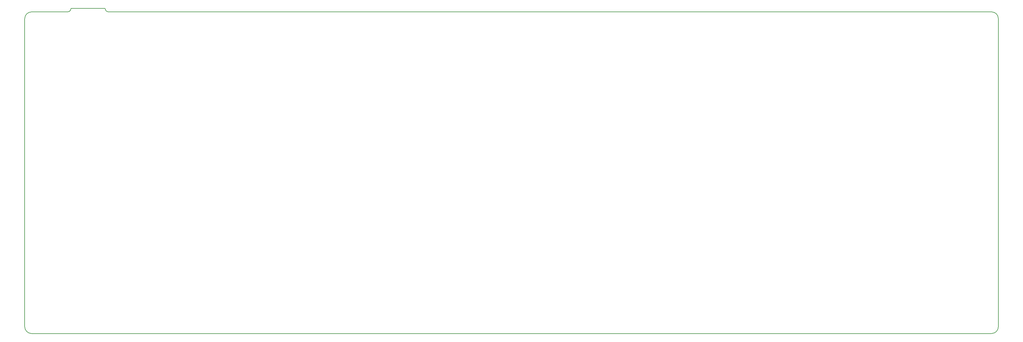
<source format=gbr>
%TF.GenerationSoftware,KiCad,Pcbnew,(5.1.6)-1*%
%TF.CreationDate,2020-09-28T13:00:59+07:00*%
%TF.ProjectId,HHKR,48484b52-2e6b-4696-9361-645f70636258,rev?*%
%TF.SameCoordinates,Original*%
%TF.FileFunction,Profile,NP*%
%FSLAX46Y46*%
G04 Gerber Fmt 4.6, Leading zero omitted, Abs format (unit mm)*
G04 Created by KiCad (PCBNEW (5.1.6)-1) date 2020-09-28 13:00:59*
%MOMM*%
%LPD*%
G01*
G04 APERTURE LIST*
%TA.AperFunction,Profile*%
%ADD10C,0.200000*%
%TD*%
G04 APERTURE END LIST*
D10*
X34575000Y104249999D02*
G75*
G02*
X33575000Y105249999I0J1000000D01*
G01*
X34575000Y104249999D02*
X292750000Y104249999D01*
X23575000Y105249999D02*
G75*
G02*
X22575000Y104249999I-1000000J0D01*
G01*
X12050000Y104249999D02*
X22575000Y104249999D01*
X33575000Y105249999D02*
X23575000Y105249999D01*
X10050000Y48749999D02*
X10050000Y46749999D01*
X294750000Y48749999D02*
X294750000Y46749999D01*
X294750000Y46749999D02*
X294750000Y12050000D01*
X294750000Y102249995D02*
X294750000Y48749999D01*
X10050000Y46749999D02*
X10050000Y12050000D01*
X10050000Y102249999D02*
X10050000Y48749999D01*
X292750000Y104249999D02*
G75*
G02*
X294750000Y102249999I0J-2000000D01*
G01*
X294750000Y12050000D02*
G75*
G02*
X292750000Y10050000I-2000000J0D01*
G01*
X292750000Y10050000D02*
X12050000Y10050000D01*
X12050000Y10050000D02*
G75*
G02*
X10050000Y12050000I0J2000000D01*
G01*
X10050000Y102249999D02*
G75*
G02*
X12050000Y104249999I2000000J0D01*
G01*
M02*

</source>
